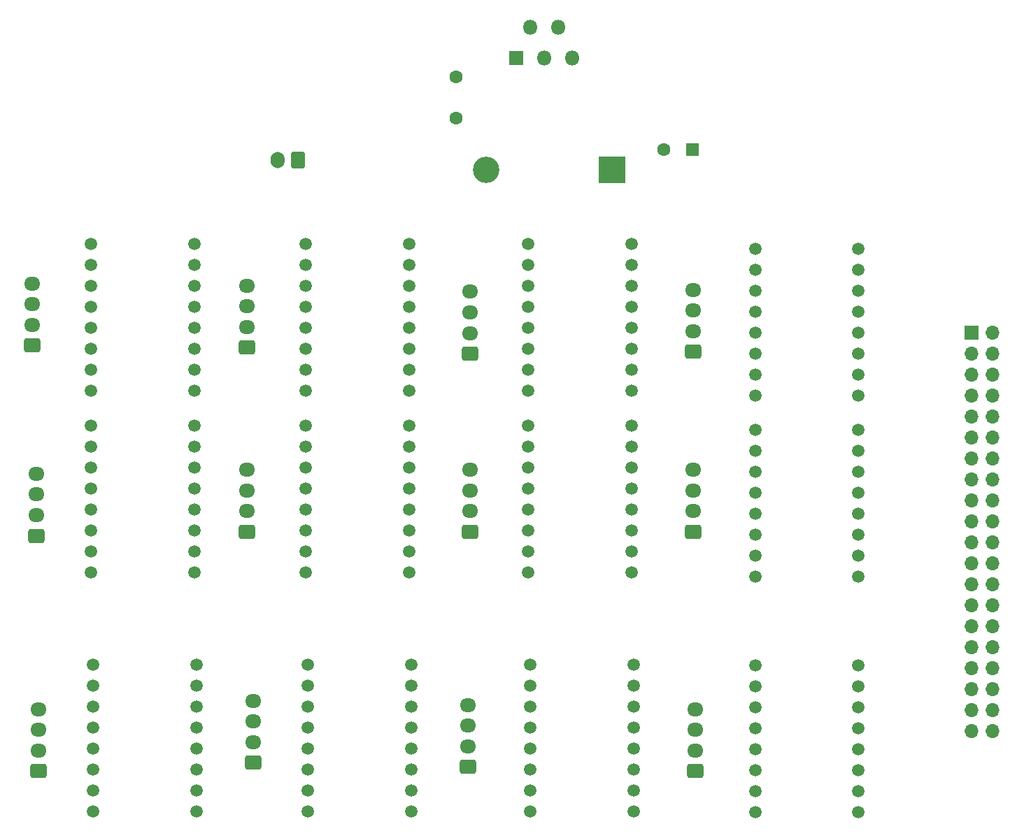
<source format=gbs>
G04 #@! TF.GenerationSoftware,KiCad,Pcbnew,8.0.8-8.0.8-0~ubuntu24.04.1*
G04 #@! TF.CreationDate,2025-04-08T09:18:08-05:00*
G04 #@! TF.ProjectId,wasabi,77617361-6269-42e6-9b69-6361645f7063,rev?*
G04 #@! TF.SameCoordinates,Original*
G04 #@! TF.FileFunction,Soldermask,Bot*
G04 #@! TF.FilePolarity,Negative*
%FSLAX46Y46*%
G04 Gerber Fmt 4.6, Leading zero omitted, Abs format (unit mm)*
G04 Created by KiCad (PCBNEW 8.0.8-8.0.8-0~ubuntu24.04.1) date 2025-04-08 09:18:08*
%MOMM*%
%LPD*%
G01*
G04 APERTURE LIST*
G04 Aperture macros list*
%AMRoundRect*
0 Rectangle with rounded corners*
0 $1 Rounding radius*
0 $2 $3 $4 $5 $6 $7 $8 $9 X,Y pos of 4 corners*
0 Add a 4 corners polygon primitive as box body*
4,1,4,$2,$3,$4,$5,$6,$7,$8,$9,$2,$3,0*
0 Add four circle primitives for the rounded corners*
1,1,$1+$1,$2,$3*
1,1,$1+$1,$4,$5*
1,1,$1+$1,$6,$7*
1,1,$1+$1,$8,$9*
0 Add four rect primitives between the rounded corners*
20,1,$1+$1,$2,$3,$4,$5,0*
20,1,$1+$1,$4,$5,$6,$7,0*
20,1,$1+$1,$6,$7,$8,$9,0*
20,1,$1+$1,$8,$9,$2,$3,0*%
G04 Aperture macros list end*
%ADD10RoundRect,0.250000X0.725000X-0.600000X0.725000X0.600000X-0.725000X0.600000X-0.725000X-0.600000X0*%
%ADD11O,1.950000X1.700000*%
%ADD12C,1.500000*%
%ADD13C,1.600000*%
%ADD14RoundRect,0.250000X0.600000X0.750000X-0.600000X0.750000X-0.600000X-0.750000X0.600000X-0.750000X0*%
%ADD15O,1.700000X2.000000*%
%ADD16R,1.800000X1.800000*%
%ADD17O,1.800000X1.800000*%
%ADD18R,3.200000X3.200000*%
%ADD19O,3.200000X3.200000*%
%ADD20R,1.600000X1.600000*%
%ADD21R,1.700000X1.700000*%
%ADD22O,1.700000X1.700000*%
G04 APERTURE END LIST*
D10*
X104000000Y-136060000D03*
D11*
X104000000Y-133560000D03*
X104000000Y-131060000D03*
X104000000Y-128560000D03*
D12*
X164750000Y-91540000D03*
X164750000Y-89000000D03*
X164750000Y-86460000D03*
X164750000Y-83920000D03*
X164750000Y-81380000D03*
X164750000Y-78840000D03*
X164750000Y-76300000D03*
X164750000Y-73760000D03*
X177250000Y-91540000D03*
X177250000Y-89000000D03*
X177250000Y-86460000D03*
X177250000Y-83920000D03*
X177250000Y-81380000D03*
X177250000Y-78840000D03*
X177250000Y-76300000D03*
X177250000Y-73760000D03*
D13*
X128500000Y-52950000D03*
X128500000Y-57950000D03*
D10*
X103225000Y-85750000D03*
D11*
X103225000Y-83250000D03*
X103225000Y-80750000D03*
X103225000Y-78250000D03*
D10*
X157250000Y-108050000D03*
D11*
X157250000Y-105550000D03*
X157250000Y-103050000D03*
X157250000Y-100550000D03*
D14*
X109400000Y-63025000D03*
D15*
X106900000Y-63025000D03*
D10*
X157500000Y-137060000D03*
D11*
X157500000Y-134560000D03*
X157500000Y-132060000D03*
X157500000Y-129560000D03*
D12*
X84350000Y-113000000D03*
X84350000Y-110460000D03*
X84350000Y-107920000D03*
X84350000Y-105380000D03*
X84350000Y-102840000D03*
X84350000Y-100300000D03*
X84350000Y-97760000D03*
X84350000Y-95220000D03*
X96850000Y-113000000D03*
X96850000Y-110460000D03*
X96850000Y-107920000D03*
X96850000Y-105380000D03*
X96850000Y-102840000D03*
X96850000Y-100300000D03*
X96850000Y-97760000D03*
X96850000Y-95220000D03*
D10*
X103250000Y-108050000D03*
D11*
X103250000Y-105550000D03*
X103250000Y-103050000D03*
X103250000Y-100550000D03*
D12*
X164750000Y-113540000D03*
X164750000Y-111000000D03*
X164750000Y-108460000D03*
X164750000Y-105920000D03*
X164750000Y-103380000D03*
X164750000Y-100840000D03*
X164750000Y-98300000D03*
X164750000Y-95760000D03*
X177250000Y-113540000D03*
X177250000Y-111000000D03*
X177250000Y-108460000D03*
X177250000Y-105920000D03*
X177250000Y-103380000D03*
X177250000Y-100840000D03*
X177250000Y-98300000D03*
X177250000Y-95760000D03*
D10*
X77750000Y-108550000D03*
D11*
X77750000Y-106050000D03*
X77750000Y-103550000D03*
X77750000Y-101050000D03*
D12*
X84600000Y-141960000D03*
X84600000Y-139420000D03*
X84600000Y-136880000D03*
X84600000Y-134340000D03*
X84600000Y-131800000D03*
X84600000Y-129260000D03*
X84600000Y-126720000D03*
X84600000Y-124180000D03*
X97100000Y-141960000D03*
X97100000Y-139420000D03*
X97100000Y-136880000D03*
X97100000Y-134340000D03*
X97100000Y-131800000D03*
X97100000Y-129260000D03*
X97100000Y-126720000D03*
X97100000Y-124180000D03*
X137250000Y-91000000D03*
X137250000Y-88460000D03*
X137250000Y-85920000D03*
X137250000Y-83380000D03*
X137250000Y-80840000D03*
X137250000Y-78300000D03*
X137250000Y-75760000D03*
X137250000Y-73220000D03*
X149750000Y-91000000D03*
X149750000Y-88460000D03*
X149750000Y-85920000D03*
X149750000Y-83380000D03*
X149750000Y-80840000D03*
X149750000Y-78300000D03*
X149750000Y-75760000D03*
X149750000Y-73220000D03*
X110350000Y-91000000D03*
X110350000Y-88460000D03*
X110350000Y-85920000D03*
X110350000Y-83380000D03*
X110350000Y-80840000D03*
X110350000Y-78300000D03*
X110350000Y-75760000D03*
X110350000Y-73220000D03*
X122850000Y-91000000D03*
X122850000Y-88460000D03*
X122850000Y-85920000D03*
X122850000Y-83380000D03*
X122850000Y-80840000D03*
X122850000Y-78300000D03*
X122850000Y-75760000D03*
X122850000Y-73220000D03*
D10*
X130000000Y-136560000D03*
D11*
X130000000Y-134060000D03*
X130000000Y-131560000D03*
X130000000Y-129060000D03*
D16*
X135800000Y-50650000D03*
D17*
X137500000Y-46950000D03*
X139200000Y-50650000D03*
X140900000Y-46950000D03*
X142600000Y-50650000D03*
D18*
X147370000Y-64250000D03*
D19*
X132130000Y-64250000D03*
D10*
X130250000Y-108050000D03*
D11*
X130250000Y-105550000D03*
X130250000Y-103050000D03*
X130250000Y-100550000D03*
D10*
X78000000Y-137060000D03*
D11*
X78000000Y-134560000D03*
X78000000Y-132060000D03*
X78000000Y-129560000D03*
D12*
X110600000Y-141960000D03*
X110600000Y-139420000D03*
X110600000Y-136880000D03*
X110600000Y-134340000D03*
X110600000Y-131800000D03*
X110600000Y-129260000D03*
X110600000Y-126720000D03*
X110600000Y-124180000D03*
X123100000Y-141960000D03*
X123100000Y-139420000D03*
X123100000Y-136880000D03*
X123100000Y-134340000D03*
X123100000Y-131800000D03*
X123100000Y-129260000D03*
X123100000Y-126720000D03*
X123100000Y-124180000D03*
X137500000Y-141960000D03*
X137500000Y-139420000D03*
X137500000Y-136880000D03*
X137500000Y-134340000D03*
X137500000Y-131800000D03*
X137500000Y-129260000D03*
X137500000Y-126720000D03*
X137500000Y-124180000D03*
X150000000Y-141960000D03*
X150000000Y-139420000D03*
X150000000Y-136880000D03*
X150000000Y-134340000D03*
X150000000Y-131800000D03*
X150000000Y-129260000D03*
X150000000Y-126720000D03*
X150000000Y-124180000D03*
D20*
X157152651Y-61750000D03*
D13*
X153652651Y-61750000D03*
D12*
X164750000Y-142000000D03*
X164750000Y-139460000D03*
X164750000Y-136920000D03*
X164750000Y-134380000D03*
X164750000Y-131840000D03*
X164750000Y-129300000D03*
X164750000Y-126760000D03*
X164750000Y-124220000D03*
X177250000Y-142000000D03*
X177250000Y-139460000D03*
X177250000Y-136920000D03*
X177250000Y-134380000D03*
X177250000Y-131840000D03*
X177250000Y-129300000D03*
X177250000Y-126760000D03*
X177250000Y-124220000D03*
D10*
X157225000Y-86250000D03*
D11*
X157225000Y-83750000D03*
X157225000Y-81250000D03*
X157225000Y-78750000D03*
D12*
X137250000Y-113000000D03*
X137250000Y-110460000D03*
X137250000Y-107920000D03*
X137250000Y-105380000D03*
X137250000Y-102840000D03*
X137250000Y-100300000D03*
X137250000Y-97760000D03*
X137250000Y-95220000D03*
X149750000Y-113000000D03*
X149750000Y-110460000D03*
X149750000Y-107920000D03*
X149750000Y-105380000D03*
X149750000Y-102840000D03*
X149750000Y-100300000D03*
X149750000Y-97760000D03*
X149750000Y-95220000D03*
D10*
X77250000Y-85500000D03*
D11*
X77250000Y-83000000D03*
X77250000Y-80500000D03*
X77250000Y-78000000D03*
D12*
X84350000Y-91000000D03*
X84350000Y-88460000D03*
X84350000Y-85920000D03*
X84350000Y-83380000D03*
X84350000Y-80840000D03*
X84350000Y-78300000D03*
X84350000Y-75760000D03*
X84350000Y-73220000D03*
X96850000Y-91000000D03*
X96850000Y-88460000D03*
X96850000Y-85920000D03*
X96850000Y-83380000D03*
X96850000Y-80840000D03*
X96850000Y-78300000D03*
X96850000Y-75760000D03*
X96850000Y-73220000D03*
X110350000Y-113000000D03*
X110350000Y-110460000D03*
X110350000Y-107920000D03*
X110350000Y-105380000D03*
X110350000Y-102840000D03*
X110350000Y-100300000D03*
X110350000Y-97760000D03*
X110350000Y-95220000D03*
X122850000Y-113000000D03*
X122850000Y-110460000D03*
X122850000Y-107920000D03*
X122850000Y-105380000D03*
X122850000Y-102840000D03*
X122850000Y-100300000D03*
X122850000Y-97760000D03*
X122850000Y-95220000D03*
D21*
X190960000Y-83920000D03*
D22*
X193500000Y-83920000D03*
X190960000Y-86460000D03*
X193500000Y-86460000D03*
X190960000Y-89000000D03*
X193500000Y-89000000D03*
X190960000Y-91540000D03*
X193500000Y-91540000D03*
X190960000Y-94080000D03*
X193500000Y-94080000D03*
X190960000Y-96620000D03*
X193500000Y-96620000D03*
X190960000Y-99160000D03*
X193500000Y-99160000D03*
X190960000Y-101700000D03*
X193500000Y-101700000D03*
X190960000Y-104240000D03*
X193500000Y-104240000D03*
X190960000Y-106780000D03*
X193500000Y-106780000D03*
X190960000Y-109320000D03*
X193500000Y-109320000D03*
X190960000Y-111860000D03*
X193500000Y-111860000D03*
X190960000Y-114400000D03*
X193500000Y-114400000D03*
X190960000Y-116940000D03*
X193500000Y-116940000D03*
X190960000Y-119480000D03*
X193500000Y-119480000D03*
X190960000Y-122020000D03*
X193500000Y-122020000D03*
X190960000Y-124560000D03*
X193500000Y-124560000D03*
X190960000Y-127100000D03*
X193500000Y-127100000D03*
X190960000Y-129640000D03*
X193500000Y-129640000D03*
X190960000Y-132180000D03*
X193500000Y-132180000D03*
D10*
X130250000Y-86500000D03*
D11*
X130250000Y-84000000D03*
X130250000Y-81500000D03*
X130250000Y-79000000D03*
M02*

</source>
